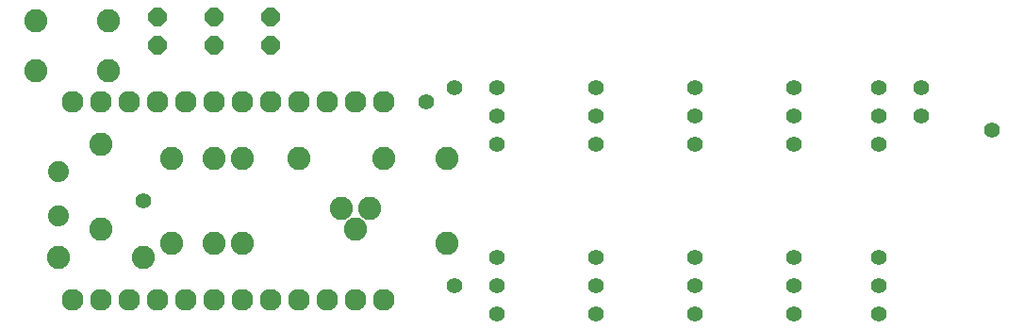
<source format=gbs>
G75*
G70*
%OFA0B0*%
%FSLAX24Y24*%
%IPPOS*%
%LPD*%
%AMOC8*
5,1,8,0,0,1.08239X$1,22.5*
%
%ADD10C,0.0770*%
%ADD11C,0.0820*%
%ADD12C,0.0740*%
%ADD13OC8,0.0640*%
%ADD14C,0.0556*%
D10*
X002600Y001680D03*
X003600Y001680D03*
X004600Y001680D03*
X005600Y001680D03*
X006600Y001680D03*
X007600Y001680D03*
X008600Y001680D03*
X009600Y001680D03*
X010600Y001680D03*
X011600Y001680D03*
X012600Y001680D03*
X013600Y001680D03*
X013600Y008680D03*
X012600Y008680D03*
X011600Y008680D03*
X010600Y008680D03*
X009600Y008680D03*
X008600Y008680D03*
X007600Y008680D03*
X006600Y008680D03*
X005600Y008680D03*
X004600Y008680D03*
X003600Y008680D03*
X002600Y008680D03*
D11*
X001320Y009790D03*
X003880Y009790D03*
X003880Y011570D03*
X001320Y011570D03*
X003600Y007180D03*
X006100Y006680D03*
X007600Y006680D03*
X008600Y006680D03*
X010600Y006680D03*
X013600Y006680D03*
X015850Y006680D03*
X013100Y004930D03*
X012100Y004930D03*
X012600Y004180D03*
X015850Y003680D03*
X008600Y003680D03*
X007600Y003680D03*
X006100Y003680D03*
X005100Y003180D03*
X003600Y004180D03*
X002100Y003180D03*
D12*
X002100Y004643D03*
X002100Y006217D03*
D13*
X005600Y010680D03*
X007600Y010680D03*
X009600Y010680D03*
X009600Y011680D03*
X007600Y011680D03*
X005600Y011680D03*
D14*
X015100Y008680D03*
X016100Y009180D03*
X017600Y009180D03*
X017600Y008180D03*
X017600Y007180D03*
X021100Y007180D03*
X021100Y008180D03*
X021100Y009180D03*
X024600Y009180D03*
X024600Y008180D03*
X024600Y007180D03*
X028100Y007180D03*
X028100Y008180D03*
X028100Y009180D03*
X031100Y009180D03*
X032600Y009180D03*
X032600Y008180D03*
X031100Y008180D03*
X031100Y007180D03*
X035100Y007680D03*
X031100Y003180D03*
X031100Y002180D03*
X031100Y001180D03*
X028100Y001180D03*
X028100Y002180D03*
X028100Y003180D03*
X024600Y003180D03*
X024600Y002180D03*
X024600Y001180D03*
X021100Y001180D03*
X021100Y002180D03*
X021100Y003180D03*
X017600Y003180D03*
X017600Y002180D03*
X016100Y002180D03*
X017600Y001180D03*
X005100Y005180D03*
M02*

</source>
